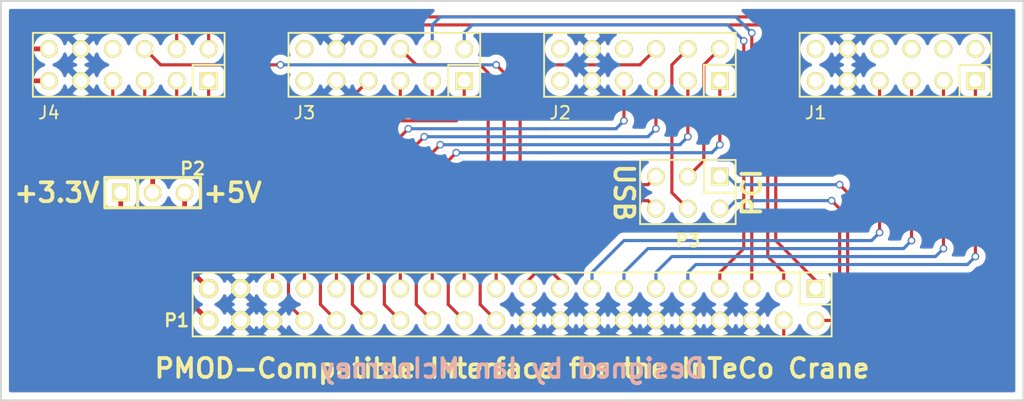
<source format=kicad_pcb>
(kicad_pcb (version 20221018) (generator pcbnew)
  (layers (0 "F.Cu" signal) (31 "B.Cu" signal) (34 "B.Paste" user) (35 "F.Paste" user) (36 "B.SilkS" user "B.Silkscreen") (37 "F.SilkS" user "F.Silkscreen") (38 "B.Mask" user) (39 "F.Mask" user) (44 "Edge.Cuts" user))
  (net 0 "")
  (net 1 "GND")
  (net 2 "+3V3")
  (net 3 "Net-(J4-Pad10)")
  (net 4 "+5V")
  (net 5 "VCC")
  (net 6 "Net-(J1-Pad7)")
  (net 7 "Net-(J1-Pad8)")
  (net 8 "Net-(J1-Pad9)")
  (net 9 "Net-(J1-Pad10)")
  (net 10 "Net-(J2-Pad10)")
  (net 11 "Net-(J3-Pad10)")
  (net 12 "/X_ENC_A")
  (net 13 "/Z_ENC_A_PCI")
  (net 14 "/X_ENC_B")
  (net 15 "/Z_ENC_B_PCI")
  (net 16 "/Y_ENC_A")
  (net 17 "/Y_ENC_B")
  (net 18 "/AX_ENC_A")
  (net 19 "/AX_ENC_B")
  (net 20 "/AY_ENC_A")
  (net 21 "/AY_ENC_B")
  (net 22 "/Z_ENC_A_USB")
  (net 23 "/Z_ENC_B_USB")
  (net 24 "/Z_SWITCH")
  (net 25 "/X_SWITCH")
  (net 26 "/Y_SWITCH")
  (net 27 "/Z_THERM")
  (net 28 "/Z_PWM")
  (net 29 "/Z_BRAKE")
  (net 30 "/Z_DIR")
  (net 31 "/Y_THERM")
  (net 32 "/Y_PWM")
  (net 33 "/Y_BRAKE")
  (net 34 "/Y_DIR")
  (net 35 "/X_THERM")
  (net 36 "/X_PWM")
  (net 37 "/X_BRAKE")
  (net 38 "/X_DIR")
  (net 39 "/Z_ENC_A")
  (net 40 "/Z_ENC_B")
  (net 41 "Net-(J1-Pad6)")
  (net 42 "Net-(J1-Pad12)")
  (net 43 "Net-(J2-Pad6)")
  (net 44 "Net-(J2-Pad12)")
  (net 45 "Net-(J3-Pad6)")
  (net 46 "Net-(J3-Pad12)")
  (footprint "Digilent:PMOD_DOUBLE_MALE" (layer "F.Cu") (at 177.8 82.55)
    (fp_text reference "J1" (at -6.35 6.35) (layer "F.SilkS"))
    (fp_text value "PMOD_DUAL" hide)
    (fp_line (start -7.62 0) (end 7.62 0) (stroke (width 0.15)) (layer "F.SilkS"))
    (fp_line (start -7.62 5.08) (end -7.62 0) (stroke (width 0.15)) (layer "F.SilkS"))
    (fp_line (start 5.08 2.54) (end 5.08 5.08) (stroke (width 0.15)) (layer "F.SilkS"))
    (fp_line (start 7.62 2.54) (end 5.08 2.54) (stroke (width 0.15)) (layer "F.SilkS"))
    (fp_line (start 7.62 5.08) (end -7.62 5.08) (stroke (width 0.15)) (layer "F.SilkS"))
    (fp_line (start 7.62 5.08) (end 7.62 0) (stroke (width 0.15)) (layer "F.SilkS"))
    (pad "1" thru_hole rect (at 6.35 3.81 180) (size 1.397 1.397) (drill 1.016) (layers "*.Cu" "*.Mask" "F.SilkS") (net 18 "/AX_ENC_A"))
    (pad "2" thru_hole circle (at 3.81 3.81) (size 1.397 1.397) (drill 1.016) (layers "*.Cu" "*.Mask" "F.SilkS") (net 19 "/AX_ENC_B"))
    (pad "3" thru_hole circle (at 1.27 3.81) (size 1.397 1.397) (drill 1.016) (layers "*.Cu" "*.Mask" "F.SilkS") (net 20 "/AY_ENC_A"))
    (pad "4" thru_hole circle (at -1.27 3.81) (size 1.397 1.397) (drill 1.016) (layers "*.Cu" "*.Mask" "F.SilkS") (net 21 "/AY_ENC_B"))
    (pad "5" thru_hole circle (at -3.81 3.81) (size 1.397 1.397) (drill 1.016) (layers "*.Cu" "*.Mask" "F.SilkS") (net 1 "GND"))
    (pad "6" thru_hole circle (at -6.35 3.81) (size 1.397 1.397) (drill 1.016) (layers "*.Cu" "*.Mask" "F.SilkS") (net 41 "Net-(J1-Pad6)"))
    (pad "7" thru_hole circle (at 6.35 1.27) (size 1.397 1.397) (drill 1.016) (layers "*.Cu" "*.Mask" "F.SilkS") (net 6 "Net-(J1-Pad7)"))
    (pad "8" thru_hole circle (at 3.81 1.27) (size 1.397 1.397) (drill 1.016) (layers "*.Cu" "*.Mask" "F.SilkS") (net 7 "Net-(J1-Pad8)"))
    (pad "9" thru_hole circle (at 1.27 1.27) (size 1.397 1.397) (drill 1.016) (layers "*.Cu" "*.Mask" "F.SilkS") (net 8 "Net-(J1-Pad9)"))
    (pad "10" thru_hole circle (at -1.27 1.27) (size 1.397 1.397) (drill 1.016) (layers "*.Cu" "*.Mask" "F.SilkS") (net 9 "Net-(J1-Pad10)"))
    (pad "11" thru_hole circle (at -3.81 1.27) (size 1.397 1.397) (drill 1.016) (layers "*.Cu" "*.Mask" "F.SilkS") (net 1 "GND"))
    (pad "12" thru_hole circle (at -6.35 1.27) (size 1.397 1.397) (drill 1.016) (layers "*.Cu" "*.Mask" "F.SilkS") (net 42 "Net-(J1-Pad12)"))
  )
  (footprint "Digilent:PMOD_DOUBLE_MALE" (layer "F.Cu") (at 157.48 82.55)
    (fp_text reference "J2" (at -6.35 6.35) (layer "F.SilkS"))
    (fp_text value "PMOD_DUAL" hide)
    (fp_line (start -7.62 0) (end 7.62 0) (stroke (width 0.15)) (layer "F.SilkS"))
    (fp_line (start -7.62 5.08) (end -7.62 0) (stroke (width 0.15)) (layer "F.SilkS"))
    (fp_line (start 5.08 2.54) (end 5.08 5.08) (stroke (width 0.15)) (layer "F.SilkS"))
    (fp_line (start 7.62 2.54) (end 5.08 2.54) (stroke (width 0.15)) (layer "F.SilkS"))
    (fp_line (start 7.62 5.08) (end -7.62 5.08) (stroke (width 0.15)) (layer "F.SilkS"))
    (fp_line (start 7.62 5.08) (end 7.62 0) (stroke (width 0.15)) (layer "F.SilkS"))
    (pad "1" thru_hole rect (at 6.35 3.81 180) (size 1.397 1.397) (drill 1.016) (layers "*.Cu" "*.Mask" "F.SilkS") (net 27 "/Z_THERM"))
    (pad "2" thru_hole circle (at 3.81 3.81) (size 1.397 1.397) (drill 1.016) (layers "*.Cu" "*.Mask" "F.SilkS") (net 28 "/Z_PWM"))
    (pad "3" thru_hole circle (at 1.27 3.81) (size 1.397 1.397) (drill 1.016) (layers "*.Cu" "*.Mask" "F.SilkS") (net 29 "/Z_BRAKE"))
    (pad "4" thru_hole circle (at -1.27 3.81) (size 1.397 1.397) (drill 1.016) (layers "*.Cu" "*.Mask" "F.SilkS") (net 30 "/Z_DIR"))
    (pad "5" thru_hole circle (at -3.81 3.81) (size 1.397 1.397) (drill 1.016) (layers "*.Cu" "*.Mask" "F.SilkS") (net 1 "GND"))
    (pad "6" thru_hole circle (at -6.35 3.81) (size 1.397 1.397) (drill 1.016) (layers "*.Cu" "*.Mask" "F.SilkS") (net 43 "Net-(J2-Pad6)"))
    (pad "7" thru_hole circle (at 6.35 1.27) (size 1.397 1.397) (drill 1.016) (layers "*.Cu" "*.Mask" "F.SilkS") (net 40 "/Z_ENC_B"))
    (pad "8" thru_hole circle (at 3.81 1.27) (size 1.397 1.397) (drill 1.016) (layers "*.Cu" "*.Mask" "F.SilkS") (net 39 "/Z_ENC_A"))
    (pad "9" thru_hole circle (at 1.27 1.27) (size 1.397 1.397) (drill 1.016) (layers "*.Cu" "*.Mask" "F.SilkS") (net 24 "/Z_SWITCH"))
    (pad "10" thru_hole circle (at -1.27 1.27) (size 1.397 1.397) (drill 1.016) (layers "*.Cu" "*.Mask" "F.SilkS") (net 10 "Net-(J2-Pad10)"))
    (pad "11" thru_hole circle (at -3.81 1.27) (size 1.397 1.397) (drill 1.016) (layers "*.Cu" "*.Mask" "F.SilkS") (net 1 "GND"))
    (pad "12" thru_hole circle (at -6.35 1.27) (size 1.397 1.397) (drill 1.016) (layers "*.Cu" "*.Mask" "F.SilkS") (net 44 "Net-(J2-Pad12)"))
  )
  (footprint "Digilent:PMOD_DOUBLE_MALE" (layer "F.Cu") (at 137.16 82.55)
    (fp_text reference "J3" (at -6.35 6.35) (layer "F.SilkS"))
    (fp_text value "PMOD_DUAL" hide)
    (fp_line (start -7.62 0) (end 7.62 0) (stroke (width 0.15)) (layer "F.SilkS"))
    (fp_line (start -7.62 5.08) (end -7.62 0) (stroke (width 0.15)) (layer "F.SilkS"))
    (fp_line (start 5.08 2.54) (end 5.08 5.08) (stroke (width 0.15)) (layer "F.SilkS"))
    (fp_line (start 7.62 2.54) (end 5.08 2.54) (stroke (width 0.15)) (layer "F.SilkS"))
    (fp_line (start 7.62 5.08) (end -7.62 5.08) (stroke (width 0.15)) (layer "F.SilkS"))
    (fp_line (start 7.62 5.08) (end 7.62 0) (stroke (width 0.15)) (layer "F.SilkS"))
    (pad "1" thru_hole rect (at 6.35 3.81 180) (size 1.397 1.397) (drill 1.016) (layers "*.Cu" "*.Mask" "F.SilkS") (net 31 "/Y_THERM"))
    (pad "2" thru_hole circle (at 3.81 3.81) (size 1.397 1.397) (drill 1.016) (layers "*.Cu" "*.Mask" "F.SilkS") (net 32 "/Y_PWM"))
    (pad "3" thru_hole circle (at 1.27 3.81) (size 1.397 1.397) (drill 1.016) (layers "*.Cu" "*.Mask" "F.SilkS") (net 33 "/Y_BRAKE"))
    (pad "4" thru_hole circle (at -1.27 3.81) (size 1.397 1.397) (drill 1.016) (layers "*.Cu" "*.Mask" "F.SilkS") (net 34 "/Y_DIR"))
    (pad "5" thru_hole circle (at -3.81 3.81) (size 1.397 1.397) (drill 1.016) (layers "*.Cu" "*.Mask" "F.SilkS") (net 1 "GND"))
    (pad "6" thru_hole circle (at -6.35 3.81) (size 1.397 1.397) (drill 1.016) (layers "*.Cu" "*.Mask" "F.SilkS") (net 45 "Net-(J3-Pad6)"))
    (pad "7" thru_hole circle (at 6.35 1.27) (size 1.397 1.397) (drill 1.016) (layers "*.Cu" "*.Mask" "F.SilkS") (net 17 "/Y_ENC_B"))
    (pad "8" thru_hole circle (at 3.81 1.27) (size 1.397 1.397) (drill 1.016) (layers "*.Cu" "*.Mask" "F.SilkS") (net 16 "/Y_ENC_A"))
    (pad "9" thru_hole circle (at 1.27 1.27) (size 1.397 1.397) (drill 1.016) (layers "*.Cu" "*.Mask" "F.SilkS") (net 26 "/Y_SWITCH"))
    (pad "10" thru_hole circle (at -1.27 1.27) (size 1.397 1.397) (drill 1.016) (layers "*.Cu" "*.Mask" "F.SilkS") (net 11 "Net-(J3-Pad10)"))
    (pad "11" thru_hole circle (at -3.81 1.27) (size 1.397 1.397) (drill 1.016) (layers "*.Cu" "*.Mask" "F.SilkS") (net 1 "GND"))
    (pad "12" thru_hole circle (at -6.35 1.27) (size 1.397 1.397) (drill 1.016) (layers "*.Cu" "*.Mask" "F.SilkS") (net 46 "Net-(J3-Pad12)"))
  )
  (footprint "Digilent:PMOD_DOUBLE_MALE" (layer "F.Cu") (at 116.84 82.55)
    (fp_text reference "J4" (at -6.35 6.35) (layer "F.SilkS"))
    (fp_text value "PMOD_DUAL" hide)
    (fp_line (start -7.62 0) (end 7.62 0) (stroke (width 0.15)) (layer "F.SilkS"))
    (fp_line (start -7.62 5.08) (end -7.62 0) (stroke (width 0.15)) (layer "F.SilkS"))
    (fp_line (start 5.08 2.54) (end 5.08 5.08) (stroke (width 0.15)) (layer "F.SilkS"))
    (fp_line (start 7.62 2.54) (end 5.08 2.54) (stroke (width 0.15)) (layer "F.SilkS"))
    (fp_line (start 7.62 5.08) (end -7.62 5.08) (stroke (width 0.15)) (layer "F.SilkS"))
    (fp_line (start 7.62 5.08) (end 7.62 0) (stroke (width 0.15)) (layer "F.SilkS"))
    (pad "1" thru_hole rect (at 6.35 3.81 180) (size 1.397 1.397) (drill 1.016) (layers "*.Cu" "*.Mask" "F.SilkS") (net 35 "/X_THERM"))
    (pad "2" thru_hole circle (at 3.81 3.81) (size 1.397 1.397) (drill 1.016) (layers "*.Cu" "*.Mask" "F.SilkS") (net 36 "/X_PWM"))
    (pad "3" thru_hole circle (at 1.27 3.81) (size 1.397 1.397) (drill 1.016) (layers "*.Cu" "*.Mask" "F.SilkS") (net 37 "/X_BRAKE"))
    (pad "4" thru_hole circle (at -1.27 3.81) (size 1.397 1.397) (drill 1.016) (layers "*.Cu" "*.Mask" "F.SilkS") (net 38 "/X_DIR"))
    (pad "5" thru_hole circle (at -3.81 3.81) (size 1.397 1.397) (drill 1.016) (layers "*.Cu" "*.Mask" "F.SilkS") (net 1 "GND"))
    (pad "6" thru_hole circle (at -6.35 3.81) (size 1.397 1.397) (drill 1.016) (layers "*.Cu" "*.Mask" "F.SilkS") (net 5 "VCC"))
    (pad "7" thru_hole circle (at 6.35 1.27) (size 1.397 1.397) (drill 1.016) (layers "*.Cu" "*.Mask" "F.SilkS") (net 14 "/X_ENC_B"))
    (pad "8" thru_hole circle (at 3.81 1.27) (size 1.397 1.397) (drill 1.016) (layers "*.Cu" "*.Mask" "F.SilkS") (net 12 "/X_ENC_A"))
    (pad "9" thru_hole circle (at 1.27 1.27) (size 1.397 1.397) (drill 1.016) (layers "*.Cu" "*.Mask" "F.SilkS") (net 25 "/X_SWITCH"))
    (pad "10" thru_hole circle (at -1.27 1.27) (size 1.397 1.397) (drill 1.016) (layers "*.Cu" "*.Mask" "F.SilkS") (net 3 "Net-(J4-Pad10)"))
    (pad "11" thru_hole circle (at -3.81 1.27) (size 1.397 1.397) (drill 1.016) (layers "*.Cu" "*.Mask" "F.SilkS") (net 1 "GND"))
    (pad "12" thru_hole circle (at -6.35 1.27) (size 1.397 1.397) (drill 1.016) (layers "*.Cu" "*.Mask" "F.SilkS") (net 5 "VCC"))
  )
  (footprint "Connectors:CONN_2.54mm_2x20" (layer "F.Cu") (at 147.32 104.14 90)
    (fp_text reference "P1" (at -1.27 -26.67 180) (layer "F.SilkS") (effects (font (thickness 0.2))))
    (fp_text value "CONN_040" hide)
    (fp_line (start -2.54 -25.4) (end 2.54 -25.4) (stroke (width 0.15)) (layer "F.SilkS"))
    (fp_line (start -2.54 25.4) (end -2.54 -25.4) (stroke (width 0.15)) (layer "F.SilkS"))
    (fp_line (start 0 22.86) (end 0 25.4) (stroke (width 0.15)) (layer "F.SilkS"))
    (fp_line (start 2.54 -25.4) (end 2.54 25.4) (stroke (width 0.15)) (layer "F.SilkS"))
    (fp_line (start 2.54 22.86) (end 0 22.86) (stroke (width 0.15)) (layer "F.SilkS"))
    (fp_line (start 2.54 25.4) (end -2.54 25.4) (stroke (width 0.15)) (layer "F.SilkS"))
    (pad "1" thru_hole rect (at 1.27 24.13 90) (size 1.397 1.397) (drill 1.016) (layers "*.Cu" "*.Mask" "F.SilkS") (net 12 "/X_ENC_A"))
    (pad "2" thru_hole circle (at -1.27 24.13 90) (size 1.397 1.397) (drill 1.016) (layers "*.Cu" "*.Mask" "F.SilkS") (net 13 "/Z_ENC_A_PCI"))
    (pad "3" thru_hole circle (at 1.27 21.59 90) (size 1.397 1.397) (drill 1.016) (layers "*.Cu" "*.Mask" "F.SilkS") (net 14 "/X_ENC_B"))
    (pad "4" thru_hole circle (at -1.27 21.59 90) (size 1.397 1.397) (drill 1.016) (layers "*.Cu" "*.Mask" "F.SilkS") (net 15 "/Z_ENC_B_PCI"))
    (pad "5" thru_hole circle (at 1.27 19.05 90) (size 1.397 1.397) (drill 1.016) (layers "*.Cu" "*.Mask" "F.SilkS") (net 16 "/Y_ENC_A"))
    (pad "6" thru_hole circle (at -1.27 19.05 90) (size 1.397 1.397) (drill 1.016) (layers "*.Cu" "*.Mask" "F.SilkS") (net 1 "GND"))
    (pad "7" thru_hole circle (at 1.27 16.51 90) (size 1.397 1.397) (drill 1.016) (layers "*.Cu" "*.Mask" "F.SilkS") (net 17 "/Y_ENC_B"))
    (pad "8" thru_hole circle (at -1.27 16.51 90) (size 1.397 1.397) (drill 1.016) (layers "*.Cu" "*.Mask" "F.SilkS") (net 1 "GND"))
    (pad "9" thru_hole circle (at 1.27 13.97 90) (size 1.397 1.397) (drill 1.016) (layers "*.Cu" "*.Mask" "F.SilkS") (net 18 "/AX_ENC_A"))
    (pad "10" thru_hole circle (at -1.27 13.97 90) (size 1.397 1.397) (drill 1.016) (layers "*.Cu" "*.Mask" "F.SilkS") (net 1 "GND"))
    (pad "11" thru_hole circle (at 1.27 11.43 90) (size 1.397 1.397) (drill 1.016) (layers "*.Cu" "*.Mask" "F.SilkS") (net 19 "/AX_ENC_B"))
    (pad "12" thru_hole circle (at -1.27 11.43 90) (size 1.397 1.397) (drill 1.016) (layers "*.Cu" "*.Mask" "F.SilkS") (net 1 "GND"))
    (pad "13" thru_hole circle (at 1.27 8.89 90) (size 1.397 1.397) (drill 1.016) (layers "*.Cu" "*.Mask" "F.SilkS") (net 20 "/AY_ENC_A"))
    (pad "14" thru_hole circle (at -1.27 8.89 90) (size 1.397 1.397) (drill 1.016) (layers "*.Cu" "*.Mask" "F.SilkS") (net 1 "GND"))
    (pad "15" thru_hole circle (at 1.27 6.35 90) (size 1.397 1.397) (drill 1.016) (layers "*.Cu" "*.Mask" "F.SilkS") (net 21 "/AY_ENC_B"))
    (pad "16" thru_hole circle (at -1.27 6.35 90) (size 1.397 1.397) (drill 1.016) (layers "*.Cu" "*.Mask" "F.SilkS") (net 1 "GND"))
    (pad "17" thru_hole circle (at 1.27 3.81 90) (size 1.397 1.397) (drill 1.016) (layers "*.Cu" "*.Mask" "F.SilkS") (net 22 "/Z_ENC_A_USB"))
    (pad "18" thru_hole circle (at -1.27 3.81 90) (size 1.397 1.397) (drill 1.016) (layers "*.Cu" "*.Mask" "F.SilkS") (net 1 "GND"))
    (pad "19" thru_hole circle (at 1.27 1.27 90) (size 1.397 1.397) (drill 1.016) (layers "*.Cu" "*.Mask" "F.SilkS") (net 23 "/Z_ENC_B_USB"))
    (pad "20" thru_hole circle (at -1.27 1.27 90) (size 1.397 1.397) (drill 1.016) (layers "*.Cu" "*.Mask" "F.SilkS") (net 1 "GND"))
    (pad "21" thru_hole circle (at 1.27 -1.27 90) (size 1.397 1.397) (drill 1.016) (layers "*.Cu" "*.Mask" "F.SilkS") (net 24 "/Z_SWITCH"))
    (pad "22" thru_hole circle (at -1.27 -1.27 90) (size 1.397 1.397) (drill 1.016) (layers "*.Cu" "*.Mask" "F.SilkS") (net 25 "/X_SWITCH"))
    (pad "23" thru_hole circle (at 1.27 -3.81 90) (size 1.397 1.397) (drill 1.016) (layers "*.Cu" "*.Mask" "F.SilkS") (net 26 "/Y_SWITCH"))
    (pad "24" thru_hole circle (at -1.27 -3.81 90) (size 1.397 1.397) (drill 1.016) (layers "*.Cu" "*.Mask" "F.SilkS") (net 27 "/Z_THERM"))
    (pad "25" thru_hole circle (at 1.27 -6.35 90) (size 1.397 1.397) (drill 1.016) (layers "*.Cu" "*.Mask" "F.SilkS") (net 28 "/Z_PWM"))
    (pad "26" thru_hole circle (at -1.27 -6.35 90) (size 1.397 1.397) (drill 1.016) (layers "*.Cu" "*.Mask" "F.SilkS") (net 29 "/Z_BRAKE"))
    (pad "27" thru_hole circle (at 1.27 -8.89 90) (size 1.397 1.397) (drill 1.016) (layers "*.Cu" "*.Mask" "F.SilkS") (net 30 "/Z_DIR"))
    (pad "28" thru_hole circle (at -1.27 -8.89 90) (size 1.397 1.397) (drill 1.016) (layers "*.Cu" "*.Mask" "F.SilkS") (net 31 "/Y_THERM"))
    (pad "29" thru_hole circle (at 1.27 -11.43 90) (size 1.397 1.397) (drill 1.016) (layers "*.Cu" "*.Mask" "F.SilkS") (net 32 "/Y_PWM"))
    (pad "30" thru_hole circle (at -1.27 -11.43 90) (size 1.397 1.397) (drill 1.016) (layers "*.Cu" "*.Mask" "F.SilkS") (net 33 "/Y_BRAKE"))
    (pad "31" thru_hole circle (at 1.27 -13.97 90) (size 1.397 1.397) (drill 1.016) (layers "*.Cu" "*.Mask" "F.SilkS") (net 34 "/Y_DIR"))
    (pad "32" thru_hole circle (at -1.27 -13.97 90) (size 1.397 1.397) (drill 1.016) (layers "*.Cu" "*.Mask" "F.SilkS") (net 35 "/X_THERM"))
    (pad "33" thru_hole circle (at 1.27 -16.51 90) (size 1.397 1.397) (drill 1.016) (layers "*.Cu" "*.Mask" "F.SilkS") (net 36 "/X_PWM"))
    (pad "34" thru_hole circle (at -1.27 -16.51 90) (size 1.397 1.397) (drill 1.016) (layers "*.Cu" "*.Mask" "F.SilkS") (net 37 "/X_BRAKE"))
    (pad "35" thru_hole circle (at 1.27 -19.05 90) (size 1.524 1.524) (drill 1.016) (layers "*.Cu" "*.Mask" "F.SilkS") (net 38 "/X_DIR"))
    (pad "36" thru_hole circle (at -1.27 -19.05 90) (size 1.524 1.524) (drill 1.016) (layers "*.Cu" "*.Mask" "F.SilkS") (net 1 "GND"))
    (pad "37" thru_hole circle (at 1.27 -21.59 90) (size 1.524 1.524) (drill 1.016) (layers "*.Cu" "*.Mask" "F.SilkS") (net 1 "GND"))
    (pad "38" thru_hole circle (at -1.27 -21.59 90) (size 1.524 1.524) (drill 1.016) (layers "*.Cu" "*.Mask" "F.SilkS") (net 1 "GND"))
    (pad "39" thru_hole circle (at 1.27 -24.13 90) (size 1.524 1.524) (drill 1.016) (layers "*.Cu" "*.Mask" "F.SilkS") (net 4 "+5V"))
    (pad "40" thru_hole circle (at -1.27 -24.13 90) (size 1.524 1.524) (drill 1.016) (layers "*.Cu" "*.Mask" "F.SilkS") (net 2 "+3V3"))
  )
  (footprint "Connectors:CONN_2.54mm_1x03" (layer "F.Cu") (at 118.745 95.25 180)
    (fp_text reference "P2" (at -3.175 1.905 180) (layer "F.SilkS") (effects (font (thickness 0.2))))
    (fp_text value "CONN_003" hide)
    (fp_line (start -3.8 -1.2) (end -3.8 1) (stroke (width 0.254)) (layer "F.SilkS"))
    (fp_line (start -3.8 1) (end -3.8 1.2) (stroke (width 0.254)) (layer "F.SilkS"))
    (fp_line (start -3.8 1.2) (end 3.8 1.2) (stroke (width 0.254)) (layer "F.SilkS"))
    (fp_line (start 1.2 1.2) (end 1.2 -1.2) (stroke (width 0.254)) (layer "F.SilkS"))
    (fp_line (start 3.6 -1.2) (end -3.8 -1.2) (stroke (width 0.254)) (layer "F.SilkS"))
    (fp_line (start 3.8 -1.2) (end 3.6 -1.2) (stroke (width 0.254)) (layer "F.SilkS"))
    (fp_line (start 3.8 1.2) (end 3.8 -1.2) (stroke (width 0.254)) (layer "F.SilkS"))
    (pad "1" thru_hole rect (at 2.54 0 180) (size 1.397 1.397) (drill 1.016) (layers "*.Cu" "*.Mask" "F.SilkS") (net 2 "+3V3"))
    (pad "2" thru_hole circle (at 0 0 180) (size 1.397 1.397) (drill 1.016) (layers "*.Cu" "*.Mask" "F.SilkS") (net 5 "VCC"))
    (pad "3" thru_hole circle (at -2.54 0 180) (size 1.397 1.397) (drill 1.016) (layers "*.Cu" "*.Mask" "F.SilkS") (net 4 "+5V"))
  )
  (footprint "Connectors:CONN_2.54mm_2x03" (layer "F.Cu") (at 161.29 95.25 90)
    (fp_text reference "P3" (at -3.81 0 180) (layer "F.SilkS") (effects (font (thickness 0.2))))
    (fp_text value "CONN_006" hide)
    (fp_line (start -2.5 -3.8) (end -2.5 -3.2) (stroke (width 0.15)) (layer "F.SilkS"))
    (fp_line (start -2.5 3.8) (end -2.5 -3.1) (stroke (width 0.15)) (layer "F.SilkS"))
    (fp_line (start 0 1.3) (end 0 3.8) (stroke (width 0.15)) (layer "F.SilkS"))
    (fp_line (start 0 1.3) (end 2.6 1.3) (stroke (width 0.15)) (layer "F.SilkS"))
    (fp_line (start 2.6 -3.8) (end -2.5 -3.8) (stroke (width 0.15)) (layer "F.SilkS"))
    (fp_line (start 2.6 -3.7) (end 2.6 -3.8) (stroke (width 0.15)) (layer "F.SilkS"))
    (fp_line (start 2.6 1.3) (end 2.6 -3.7) (stroke (width 0.15)) (layer "F.SilkS"))
    (fp_line (start 2.6 1.3) (end 2.6 3.8) (stroke (width 0.15)) (layer "F.SilkS"))
    (fp_line (start 2.6 3.8) (end -2.5 3.8) (stroke (width 0.15)) (layer "F.SilkS"))
    (pad "1" thru_hole rect (at 1.27 2.54 90) (size 1.397 1.397) (drill 1.016) (layers "*.Cu" "*.Mask" "F.SilkS") (net 15 "/Z_ENC_B_PCI"))
    (pad "2" thru_hole circle (at -1.27 2.54 90) (size 1.397 1.397) (drill 1.016) (layers "*.Cu" "*.Mask" "F.SilkS") (net 13 "/Z_ENC_A_PCI"))
    (pad "3" thru_hole circle (at 1.27 0 90) (size 1.397 1.397) (drill 1.016) (layers "*.Cu" "*.Mask" "F.SilkS") (net 40 "/Z_ENC_B"))
    (pad "4" thru_hole circle (at -1.27 0 90) (size 1.397 1.397) (drill 1.016) (layers "*.Cu" "*.Mask" "F.SilkS") (net 39 "/Z_ENC_A"))
    (pad "5" thru_hole circle (at 1.27 -2.54 90) (size 1.397 1.397) (drill 1.016) (layers "*.Cu" "*.Mask" "F.SilkS") (net 23 "/Z_ENC_B_USB"))
    (pad "6" thru_hole circle (at -1.27 -2.54 90) (size 1.397 1.397) (drill 1.016) (layers "*.Cu" "*.Mask" "F.SilkS") (net 22 "/Z_ENC_A_USB"))
  )
  (gr_line (start 106.68 111.76) (end 187.96 111.76) (stroke (width 0.15)) (layer "Edge.Cuts"))
  (gr_line (start 187.96 80.01) (end 106.68 80.01) (stroke (width 0.15)) (layer "Edge.Cuts"))
  (gr_line (start 106.68 80.01) (end 106.68 111.76) (stroke (width 0.15)) (layer "Edge.Cuts"))
  (gr_line (start 187.96 111.76) (end 187.96 80.01) (stroke (width 0.15)) (layer "Edge.Cuts"))
  (gr_text "Designed by Ian McInerney" (at 147.32 109.22) (layer "B.SilkS") (effects (font (size 1.5 1.5) (thickness 0.3)) (justify mirror)))
  (gr_text "PCI" (at 166.37 95.25 90) (layer "F.SilkS") (effects (font (size 1.5 1.5) (thickness 0.3))))
  (gr_text "+3.3V" (at 111.125 95.25) (layer "F.SilkS") (effects (font (size 1.5 1.5) (thickness 0.3))))
  (gr_text "PMOD-Compatible Interface for the InTeCo Crane" (at 147.32 109.22) (layer "F.SilkS") (effects (font (size 1.5 1.5) (thickness 0.3))))
  (gr_text "+5V" (at 125.095 95.25) (layer "F.SilkS") (effects (font (size 1.5 1.5) (thickness 0.3))))
  (gr_text "USB" (at 156.21 95.25 270) (layer "F.SilkS") (effects (font (size 1.5 1.5) (thickness 0.3))))
  (segment (start 120.015 102.235) (end 120.015 97.79) (width 0.381) (layer "F.Cu") (net 2))
  (segment (start 120.015 97.79) (end 119.38 97.155) (width 0.381) (layer "F.Cu") (net 2))
  (segment (start 119.38 97.155) (end 116.84 97.155) (width 0.381) (layer "F.Cu") (net 2))
  (segment (start 116.84 97.155) (end 116.205 96.52) (width 0.381) (layer "F.Cu") (net 2))
  (segment (start 116.205 96.52) (end 116.205 95.25) (width 0.381) (layer "F.Cu") (net 2))
  (segment (start 123.19 105.41) (end 120.015 102.235) (width 0.381) (layer "F.Cu") (net 2))
  (segment (start 121.92 101.6) (end 121.285 100.965) (width 0.381) (layer "F.Cu") (net 4))
  (segment (start 121.285 100.965) (end 121.285 95.25) (width 0.381) (layer "F.Cu") (net 4))
  (segment (start 123.19 102.87) (end 121.92 101.6) (width 0.381) (layer "F.Cu") (net 4))
  (segment (start 108.585 86.995) (end 109.22 86.36) (width 0.381) (layer "F.Cu") (net 5))
  (segment (start 109.22 86.36) (end 110.49 86.36) (width 0.381) (layer "F.Cu") (net 5))
  (segment (start 109.22 83.82) (end 108.585 84.455) (width 0.381) (layer "F.Cu") (net 5))
  (segment (start 108.585 84.455) (end 108.585 86.995) (width 0.381) (layer "F.Cu") (net 5))
  (segment (start 108.585 92.075) (end 108.585 86.995) (width 0.381) (layer "F.Cu") (net 5))
  (segment (start 118.745 93.98) (end 118.11 93.345) (width 0.381) (layer "F.Cu") (net 5))
  (segment (start 118.11 93.345) (end 109.22 93.345) (width 0.381) (layer "F.Cu") (net 5))
  (segment (start 109.22 93.345) (end 108.585 92.71) (width 0.381) (layer "F.Cu") (net 5))
  (segment (start 108.585 92.71) (end 108.585 92.075) (width 0.381) (layer "F.Cu") (net 5))
  (segment (start 110.49 83.82) (end 109.22 83.82) (width 0.381) (layer "F.Cu") (net 5))
  (segment (start 118.745 95.25) (end 118.745 93.98) (width 0.381) (layer "F.Cu") (net 5))
  (segment (start 171.45 102.235) (end 168.275 99.06) (width 0.25) (layer "F.Cu") (net 12))
  (segment (start 168.275 99.06) (end 168.275 81.915) (width 0.25) (layer "F.Cu") (net 12))
  (segment (start 168.275 81.915) (end 167.64 81.28) (width 0.25) (layer "F.Cu") (net 12))
  (segment (start 167.64 81.28) (end 121.285 81.28) (width 0.25) (layer "F.Cu") (net 12))
  (segment (start 121.285 81.28) (end 120.65 81.915) (width 0.25) (layer "F.Cu") (net 12))
  (segment (start 120.65 81.915) (end 120.65 83.82) (width 0.25) (layer "F.Cu") (net 12))
  (segment (start 171.45 102.87) (end 171.45 102.235) (width 0.25) (layer "F.Cu") (net 12))
  (segment (start 173.355 97.155) (end 173.355 104.775) (width 0.25) (layer "F.Cu") (net 13))
  (segment (start 173.355 104.775) (end 172.72 105.41) (width 0.25) (layer "F.Cu") (net 13))
  (segment (start 172.72 105.41) (end 171.45 105.41) (width 0.25) (layer "F.Cu") (net 13))
  (segment (start 172.72 95.885) (end 173.355 96.52) (width 0.25) (layer "F.Cu") (net 13))
  (segment (start 173.355 96.52) (end 173.355 97.155) (width 0.25) (layer "F.Cu") (net 13))
  (via (at 172.72 95.885) (size 0.6) (drill 0.4) (layers "F.Cu" "B.Cu") (net 13))
  (segment (start 164.465 96.52) (end 165.1 95.885) (width 0.25) (layer "B.Cu") (net 13))
  (segment (start 165.1 95.885) (end 172.72 95.885) (width 0.25) (layer "B.Cu") (net 13))
  (segment (start 163.83 96.52) (end 164.465 96.52) (width 0.25) (layer "B.Cu") (net 13))
  (segment (start 168.91 101.6) (end 167.64 100.33) (width 0.25) (layer "F.Cu") (net 14))
  (segment (start 167.64 100.33) (end 167.64 82.55) (width 0.25) (layer "F.Cu") (net 14))
  (segment (start 167.64 82.55) (end 167.005 81.915) (width 0.25) (layer "F.Cu") (net 14))
  (segment (start 167.005 81.915) (end 123.825 81.915) (width 0.25) (layer "F.Cu") (net 14))
  (segment (start 123.825 81.915) (end 123.19 82.55) (width 0.25) (layer "F.Cu") (net 14))
  (segment (start 123.19 82.55) (end 123.19 83.82) (width 0.25) (layer "F.Cu") (net 14))
  (segment (start 168.91 102.87) (end 168.91 101.6) (width 0.25) (layer "F.Cu") (net 14))
  (segment (start 173.99 96.52) (end 173.99 105.41) (width 0.25) (layer "F.Cu") (net 15))
  (segment (start 173.99 105.41) (end 172.085 107.315) (width 0.25) (layer "F.Cu") (net 15))
  (segment (start 172.085 107.315) (end 169.545 107.315) (width 0.25) (layer "F.Cu") (net 15))
  (segment (start 169.545 107.315) (end 168.91 106.68) (width 0.25) (layer "F.Cu") (net 15))
  (segment (start 168.91 106.68) (end 168.91 105.41) (width 0.25) (layer "F.Cu") (net 15))
  (segment (start 173.355 94.615) (end 173.99 95.25) (width 0.25) (layer "F.Cu") (net 15))
  (segment (start 173.99 95.25) (end 173.99 96.52) (width 0.25) (layer "F.Cu") (net 15))
  (via (at 173.355 94.615) (size 0.6) (drill 0.4) (layers "F.Cu" "B.Cu") (net 15))
  (segment (start 164.465 93.98) (end 165.1 94.615) (width 0.25) (layer "B.Cu") (net 15))
  (segment (start 165.1 94.615) (end 173.355 94.615) (width 0.25) (layer "B.Cu") (net 15))
  (segment (start 163.83 93.98) (end 164.465 93.98) (width 0.25) (layer "B.Cu") (net 15))
  (segment (start 166.37 82.55) (end 166.37 102.87) (width 0.25) (layer "F.Cu") (net 16))
  (via (at 166.37 82.55) (size 0.6) (drill 0.4) (layers "F.Cu" "B.Cu") (net 16))
  (segment (start 166.37 82.55) (end 165.1 81.28) (width 0.25) (layer "B.Cu") (net 16))
  (segment (start 165.1 81.28) (end 141.605 81.28) (width 0.25) (layer "B.Cu") (net 16))
  (segment (start 141.605 81.28) (end 140.97 81.915) (width 0.25) (layer "B.Cu") (net 16))
  (segment (start 140.97 83.82) (end 140.97 81.915) (width 0.25) (layer "B.Cu") (net 16))
  (segment (start 163.83 101.6) (end 165.735 99.695) (width 0.25) (layer "F.Cu") (net 17))
  (segment (start 165.735 99.695) (end 165.735 83.185) (width 0.25) (layer "F.Cu") (net 17))
  (segment (start 163.83 102.87) (end 163.83 101.6) (width 0.25) (layer "F.Cu") (net 17))
  (via (at 165.735 83.185) (size 0.6) (drill 0.4) (layers "F.Cu" "B.Cu") (net 17))
  (segment (start 165.735 83.185) (end 164.465 81.915) (width 0.25) (layer "B.Cu") (net 17))
  (segment (start 164.465 81.915) (end 144.145 81.915) (width 0.25) (layer "B.Cu") (net 17))
  (segment (start 144.145 81.915) (end 143.51 82.55) (width 0.25) (layer "B.Cu") (net 17))
  (segment (start 143.51 82.55) (end 143.51 83.82) (width 0.25) (layer "B.Cu") (net 17))
  (segment (start 184.15 86.36) (end 184.15 98.425) (width 0.25) (layer "F.Cu") (net 18))
  (segment (start 184.15 98.425) (end 184.15 100.33) (width 0.25) (layer "F.Cu") (net 18))
  (via (at 184.15 100.33) (size 0.6) (drill 0.4) (layers "F.Cu" "B.Cu") (net 18))
  (segment (start 184.15 100.33) (end 183.515 100.965) (width 0.25) (layer "B.Cu") (net 18))
  (segment (start 183.515 100.965) (end 161.925 100.965) (width 0.25) (layer "B.Cu") (net 18))
  (segment (start 161.925 100.965) (end 161.29 101.6) (width 0.25) (layer "B.Cu") (net 18))
  (segment (start 161.29 101.6) (end 161.29 102.87) (width 0.25) (layer "B.Cu") (net 18))
  (segment (start 181.61 86.36) (end 181.61 99.06) (width 0.25) (layer "F.Cu") (net 19))
  (segment (start 181.61 99.06) (end 181.61 99.695) (width 0.25) (layer "F.Cu") (net 19))
  (via (at 181.61 99.695) (size 0.6) (drill 0.4) (layers "F.Cu" "B.Cu") (net 19))
  (segment (start 181.61 99.695) (end 180.975 100.33) (width 0.25) (layer "B.Cu") (net 19))
  (segment (start 180.975 100.33) (end 160.02 100.33) (width 0.25) (layer "B.Cu") (net 19))
  (segment (start 160.02 100.33) (end 158.75 101.6) (width 0.25) (layer "B.Cu") (net 19))
  (segment (start 158.75 101.6) (end 158.75 102.87) (width 0.25) (layer "B.Cu") (net 19))
  (segment (start 179.07 86.36) (end 179.07 99.06) (width 0.25) (layer "F.Cu") (net 20))
  (via (at 179.07 99.06) (size 0.6) (drill 0.4) (layers "F.Cu" "B.Cu") (net 20))
  (segment (start 178.435 99.695) (end 179.07 99.06) (width 0.25) (layer "B.Cu") (net 20))
  (segment (start 158.115 99.695) (end 156.21 101.6) (width 0.25) (layer "B.Cu") (net 20))
  (segment (start 156.21 101.6) (end 156.21 102.87) (width 0.25) (layer "B.Cu") (net 20))
  (segment (start 178.435 99.695) (end 158.115 99.695) (width 0.25) (layer "B.Cu") (net 20))
  (segment (start 176.53 86.36) (end 176.53 98.425) (width 0.25) (layer "F.Cu") (net 21))
  (via (at 176.53 98.425) (size 0.6) (drill 0.4) (layers "F.Cu" "B.Cu") (net 21))
  (segment (start 176.53 98.425) (end 175.895 99.06) (width 0.25) (layer "B.Cu") (net 21))
  (segment (start 156.21 99.06) (end 153.67 101.6) (width 0.25) (layer "B.Cu") (net 21))
  (segment (start 153.67 101.6) (end 153.67 102.87) (width 0.25) (layer "B.Cu") (net 21))
  (segment (start 175.895 99.06) (end 156.21 99.06) (width 0.25) (layer "B.Cu") (net 21))
  (segment (start 151.13 102.235) (end 150.495 101.6) (width 0.25) (layer "F.Cu") (net 22))
  (segment (start 150.495 101.6) (end 150.495 96.52) (width 0.25) (layer "F.Cu") (net 22))
  (segment (start 150.495 96.52) (end 151.13 95.885) (width 0.25) (layer "F.Cu") (net 22))
  (segment (start 151.13 95.885) (end 158.115 95.885) (width 0.25) (layer "F.Cu") (net 22))
  (segment (start 158.115 95.885) (end 158.75 96.52) (width 0.25) (layer "F.Cu") (net 22))
  (segment (start 151.13 102.87) (end 151.13 102.235) (width 0.25) (layer "F.Cu") (net 22))
  (segment (start 148.59 102.235) (end 149.225 101.6) (width 0.25) (layer "F.Cu") (net 23))
  (segment (start 149.225 101.6) (end 149.225 95.885) (width 0.25) (layer "F.Cu") (net 23))
  (segment (start 149.225 95.885) (end 150.495 94.615) (width 0.25) (layer "F.Cu") (net 23))
  (segment (start 150.495 94.615) (end 158.115 94.615) (width 0.25) (layer "F.Cu") (net 23))
  (segment (start 158.115 94.615) (end 158.75 93.98) (width 0.25) (layer "F.Cu") (net 23))
  (segment (start 148.59 102.87) (end 148.59 102.235) (width 0.25) (layer "F.Cu") (net 23))
  (segment (start 146.05 101.6) (end 147.955 99.695) (width 0.25) (layer "F.Cu") (net 24))
  (segment (start 147.955 99.695) (end 147.955 86.36) (width 0.25) (layer "F.Cu") (net 24))
  (segment (start 147.955 85.725) (end 148.59 85.09) (width 0.25) (layer "F.Cu") (net 24))
  (segment (start 148.59 85.09) (end 157.48 85.09) (width 0.25) (layer "F.Cu") (net 24))
  (segment (start 157.48 85.09) (end 158.75 83.82) (width 0.25) (layer "F.Cu") (net 24))
  (segment (start 146.05 102.87) (end 146.05 101.6) (width 0.25) (layer "F.Cu") (net 24))
  (segment (start 147.955 86.36) (end 147.955 85.725) (width 0.25) (layer "F.Cu") (net 24))
  (segment (start 146.05 102.87) (end 146.05 102.235) (width 0.25) (layer "B.Cu") (net 24))
  (segment (start 144.78 104.14) (end 144.78 100.965) (width 0.25) (layer "F.Cu") (net 25))
  (segment (start 144.78 100.965) (end 146.685 99.06) (width 0.25) (layer "F.Cu") (net 25))
  (segment (start 146.685 99.06) (end 146.685 86.36) (width 0.25) (layer "F.Cu") (net 25))
  (segment (start 146.685 85.725) (end 146.05 85.09) (width 0.25) (layer "F.Cu") (net 25))
  (segment (start 128.905 85.09) (end 119.38 85.09) (width 0.25) (layer "F.Cu") (net 25))
  (segment (start 119.38 85.09) (end 118.11 83.82) (width 0.25) (layer "F.Cu") (net 25))
  (segment (start 146.05 105.41) (end 144.78 104.14) (width 0.25) (layer "F.Cu") (net 25))
  (segment (start 146.685 86.36) (end 146.685 85.725) (width 0.25) (layer "F.Cu") (net 25))
  (via (at 146.05 85.09) (size 0.6) (drill 0.4) (layers "F.Cu" "B.Cu") (net 25))
  (via (at 128.905 85.09) (size 0.6) (drill 0.4) (layers "F.Cu" "B.Cu") (net 25))
  (segment (start 146.05 85.09) (end 128.905 85.09) (width 0.25) (layer "B.Cu") (net 25))
  (segment (start 143.51 100.33) (end 145.415 98.425) (width 0.25) (layer "F.Cu") (net 26))
  (segment (start 145.415 98.425) (end 145.415 86.36) (width 0.25) (layer "F.Cu") (net 26))
  (segment (start 145.415 85.725) (end 144.78 85.09) (width 0.25) (layer "F.Cu") (net 26))
  (segment (start 144.78 85.09) (end 139.7 85.09) (width 0.25) (layer "F.Cu") (net 26))
  (segment (start 139.7 85.09) (end 138.43 83.82) (width 0.25) (layer "F.Cu") (net 26))
  (segment (start 145.415 86.36) (end 145.415 85.725) (width 0.25) (layer "F.Cu") (net 26))
  (segment (start 143.51 102.87) (end 143.51 100.33) (width 0.25) (layer "F.Cu") (net 26))
  (segment (start 142.24 104.14) (end 142.24 92.71) (width 0.25) (layer "F.Cu") (net 27))
  (segment (start 142.24 92.71) (end 142.875 92.075) (width 0.25) (layer "F.Cu") (net 27))
  (segment (start 163.83 91.44) (end 163.83 86.36) (width 0.25) (layer "F.Cu") (net 27))
  (segment (start 143.51 105.41) (end 142.24 104.14) (width 0.25) (layer "F.Cu") (net 27))
  (via (at 163.83 91.44) (size 0.6) (drill 0.4) (layers "F.Cu" "B.Cu") (net 27))
  (via (at 142.875 92.075) (size 0.6) (drill 0.4) (layers "F.Cu" "B.Cu") (net 27))
  (segment (start 142.875 92.075) (end 149.86 92.075) (width 0.25) (layer "B.Cu") (net 27))
  (segment (start 163.195 92.075) (end 163.83 91.44) (width 0.25) (layer "B.Cu") (net 27))
  (segment (start 149.86 92.075) (end 163.195 92.075) (width 0.25) (layer "B.Cu") (net 27))
  (segment (start 140.97 92.075) (end 141.605 91.44) (width 0.25) (layer "F.Cu") (net 28))
  (segment (start 161.29 90.805) (end 161.29 86.36) (width 0.25) (layer "F.Cu") (net 28))
  (segment (start 140.97 102.87) (end 140.97 92.075) (width 0.25) (layer "F.Cu") (net 28))
  (via (at 161.29 90.805) (size 0.6) (drill 0.4) (layers "F.Cu" "B.Cu") (net 28))
  (via (at 141.605 91.44) (size 0.6) (drill 0.4) (layers "F.Cu" "B.Cu") (net 28))
  (segment (start 141.605 91.44) (end 149.86 91.44) (width 0.25) (layer "B.Cu") (net 28))
  (segment (start 160.655 91.44) (end 161.29 90.805) (width 0.25) (layer "B.Cu") (net 28))
  (segment (start 149.86 91.44) (end 160.655 91.44) (width 0.25) (layer "B.Cu") (net 28))
  (segment (start 158.75 86.995) (end 158.75 86.36) (width 0.25) (layer "F.Cu") (net 29))
  (segment (start 139.7 104.14) (end 139.7 91.44) (width 0.25) (layer "F.Cu") (net 29))
  (segment (start 139.7 91.44) (end 140.335 90.805) (width 0.25) (layer "F.Cu") (net 29))
  (segment (start 158.75 90.17) (end 158.75 86.36) (width 0.25) (layer "F.Cu") (net 29))
  (segment (start 140.97 105.41) (end 139.7 104.14) (width 0.25) (layer "F.Cu") (net 29))
  (via (at 158.75 90.17) (size 0.6) (drill 0.4) (layers "F.Cu" "B.Cu") (net 29))
  (via (at 140.335 90.805) (size 0.6) (drill 0.4) (layers "F.Cu" "B.Cu") (net 29))
  (segment (start 140.335 90.805) (end 149.86 90.805) (width 0.25) (layer "B.Cu") (net 29))
  (segment (start 158.115 90.805) (end 158.75 90.17) (width 0.25) (layer "B.Cu") (net 29))
  (segment (start 149.86 90.805) (end 158.115 90.805) (width 0.25) (layer "B.Cu") (net 29))
  (segment (start 138.43 90.805) (end 139.065 90.17) (width 0.25) (layer "F.Cu") (net 30))
  (segment (start 156.21 89.535) (end 156.21 86.36) (width 0.25) (layer "F.Cu") (net 30))
  (segment (start 138.43 102.87) (end 138.43 90.805) (width 0.25) (layer "F.Cu") (net 30))
  (via (at 156.21 89.535) (size 0.6) (drill 0.4) (layers "F.Cu" "B.Cu") (net 30))
  (via (at 139.065 90.17) (size 0.6) (drill 0.4) (layers "F.Cu" "B.Cu") (net 30))
  (segment (start 139.065 90.17) (end 149.86 90.17) (width 0.25) (layer "B.Cu") (net 30))
  (segment (start 155.575 90.17) (end 156.21 89.535) (width 0.25) (layer "B.Cu") (net 30))
  (segment (start 149.86 90.17) (end 155.575 90.17) (width 0.25) (layer "B.Cu") (net 30))
  (segment (start 137.16 104.14) (end 137.16 90.17) (width 0.25) (layer "F.Cu") (net 31))
  (segment (start 137.16 90.17) (end 137.795 89.535) (width 0.25) (layer "F.Cu") (net 31))
  (segment (start 137.795 89.535) (end 142.875 89.535) (width 0.25) (layer "F.Cu") (net 31))
  (segment (start 142.875 89.535) (end 143.51 88.9) (width 0.25) (layer "F.Cu") (net 31))
  (segment (start 143.51 88.9) (end 143.51 86.36) (width 0.25) (layer "F.Cu") (net 31))
  (segment (start 138.43 105.41) (end 137.16 104.14) (width 0.25) (layer "F.Cu") (net 31))
  (segment (start 135.89 89.535) (end 136.525 88.9) (width 0.25) (layer "F.Cu") (net 32))
  (segment (start 136.525 88.9) (end 140.335 88.9) (width 0.25) (layer "F.Cu") (net 32))
  (segment (start 140.335 88.9) (end 140.97 88.265) (width 0.25) (layer "F.Cu") (net 32))
  (segment (start 140.97 88.265) (end 140.97 86.36) (width 0.25) (layer "F.Cu") (net 32))
  (segment (start 135.89 102.87) (end 135.89 89.535) (width 0.25) (layer "F.Cu") (net 32))
  (segment (start 134.62 104.14) (end 134.62 88.9) (width 0.25) (layer "F.Cu") (net 33))
  (segment (start 134.62 88.9) (end 135.255 88.265) (width 0.25) (layer "F.Cu") (net 33))
  (segment (start 135.255 88.265) (end 137.795 88.265) (width 0.25) (layer "F.Cu") (net 33))
  (segment (start 137.795 88.265) (end 138.43 87.63) (width 0.25) (layer "F.Cu") (net 33))
  (segment (start 138.43 87.63) (end 138.43 86.36) (width 0.25) (layer "F.Cu") (net 33))
  (segment (start 135.89 105.41) (end 134.62 104.14) (width 0.25) (layer "F.Cu") (net 33))
  (segment (start 133.35 88.9) (end 135.89 86.36) (width 0.25) (layer "F.Cu") (net 34))
  (segment (start 133.35 102.87) (end 133.35 88.9) (width 0.25) (layer "F.Cu") (net 34))
  (segment (start 132.08 104.14) (end 132.08 88.9) (width 0.25) (layer "F.Cu") (net 35))
  (segment (start 132.08 88.9) (end 131.445 88.265) (width 0.25) (layer "F.Cu") (net 35))
  (segment (start 131.445 88.265) (end 123.825 88.265) (width 0.25) (layer "F.Cu") (net 35))
  (segment (start 123.825 88.265) (end 123.19 87.63) (width 0.25) (layer "F.Cu") (net 35))
  (segment (start 123.19 87.63) (end 123.19 86.36) (width 0.25) (layer "F.Cu") (net 35))
  (segment (start 133.35 105.41) (end 132.08 104.14) (width 0.25) (layer "F.Cu") (net 35))
  (segment (start 130.81 89.535) (end 130.175 88.9) (width 0.25) (layer "F.Cu") (net 36))
  (segment (start 130.175 88.9) (end 121.285 88.9) (width 0.25) (layer "F.Cu") (net 36))
  (segment (start 121.285 88.9) (end 120.65 88.265) (width 0.25) (layer "F.Cu") (net 36))
  (segment (start 120.65 88.265) (end 120.65 86.36) (width 0.25) (layer "F.Cu") (net 36))
  (segment (start 130.81 102.87) (end 130.81 89.535) (width 0.25) (layer "F.Cu") (net 36))
  (segment (start 129.54 104.14) (end 129.54 90.17) (width 0.25) (layer "F.Cu") (net 37))
  (segment (start 129.54 90.17) (end 128.905 89.535) (width 0.25) (layer "F.Cu") (net 37))
  (segment (start 128.905 89.535) (end 118.745 89.535) (width 0.25) (layer "F.Cu") (net 37))
  (segment (start 118.745 89.535) (end 118.11 88.9) (width 0.25) (layer "F.Cu") (net 37))
  (segment (start 118.11 88.9) (end 118.11 86.36) (width 0.25) (layer "F.Cu") (net 37))
  (segment (start 130.81 105.41) (end 129.54 104.14) (width 0.25) (layer "F.Cu") (net 37))
  (segment (start 128.27 90.805) (end 127.635 90.17) (width 0.25) (layer "F.Cu") (net 38))
  (segment (start 127.635 90.17) (end 116.84 90.17) (width 0.25) (layer "F.Cu") (net 38))
  (segment (start 116.84 90.17) (end 115.57 88.9) (width 0.25) (layer "F.Cu") (net 38))
  (segment (start 115.57 88.9) (end 115.57 86.36) (width 0.25) (layer "F.Cu") (net 38))
  (segment (start 128.27 102.87) (end 128.27 90.805) (width 0.25) (layer "F.Cu") (net 38))
  (segment (start 160.02 95.25) (end 160.02 85.09) (width 0.25) (layer "F.Cu") (net 39))
  (segment (start 160.02 85.09) (end 161.29 83.82) (width 0.25) (layer "F.Cu") (net 39))
  (segment (start 161.29 96.52) (end 160.02 95.25) (width 0.25) (layer "F.Cu") (net 39))
  (segment (start 162.56 92.71) (end 162.56 85.09) (width 0.25) (layer "F.Cu") (net 40))
  (segment (start 162.56 85.09) (end 163.83 83.82) (width 0.25) (layer "F.Cu") (net 40))
  (segment (start 161.29 93.98) (end 162.56 92.71) (width 0.25) (layer "F.Cu") (net 40))
  (zone (net 1) (net_name "GND") (layer "B.Cu") (connect_pads (clearance 0.508)) (min_thickness 0.254) (fill yes (thermal_gap 0.508) (thermal_bridge_width 0.508))
    (polygon (pts (xy 187.325 111.125) (xy 107.315 111.125) (xy 107.315 80.645) (xy 187.325 80.645)))
  )
)
</source>
